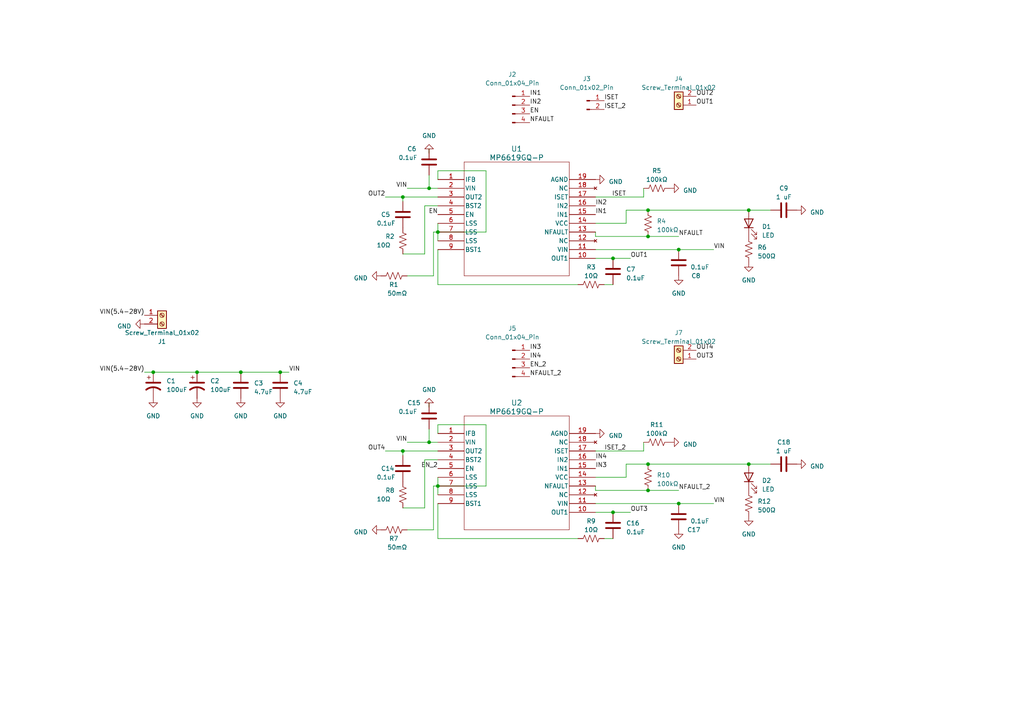
<source format=kicad_sch>
(kicad_sch (version 20230121) (generator eeschema)
  (paper "A4")
  (lib_symbols
    (symbol "Connector:Conn_01x02_Pin" (pin_names (offset 1.016) hide)
      (property "Reference" "J" (at 0 2.54 0))
      (property "Value" "Conn_01x02_Pin" (at 0 -5.08 0))
      (symbol "Conn_01x02_Pin_1_1"
        (polyline (pts (xy 1.27 -2.54) (xy 0.8636 -2.54)) (stroke (width 0.1524)))
        (polyline (pts (xy 1.27 0) (xy 0.8636 0)) (stroke (width 0.1524)))
        (rectangle (start 0.8636 -2.413) (end 0 -2.667) (stroke (width 0.1524)) (fill (type outline)))
        (rectangle (start 0.8636 0.127) (end 0 -0.127) (stroke (width 0.1524)) (fill (type outline)))
        (pin passive line (at 5.08 0 180) (length 3.81) (name "Pin_1") (number "1"))
        (pin passive line (at 5.08 -2.54 180) (length 3.81) (name "Pin_2") (number "2"))
      )
    )
    (symbol "Connector:Conn_01x04_Pin" (pin_names (offset 1.016) hide)
      (property "Reference" "J" (at 0 5.08 0))
      (property "Value" "Conn_01x04_Pin" (at 0 -7.62 0))
      (symbol "Conn_01x04_Pin_1_1"
        (polyline (pts (xy 1.27 -5.08) (xy 0.8636 -5.08)) (stroke (width 0.1524)))
        (polyline (pts (xy 1.27 -2.54) (xy 0.8636 -2.54)) (stroke (width 0.1524)))
        (polyline (pts (xy 1.27 0) (xy 0.8636 0)) (stroke (width 0.1524)))
        (polyline (pts (xy 1.27 2.54) (xy 0.8636 2.54)) (stroke (width 0.1524)))
        (rectangle (start 0.8636 -4.953) (end 0 -5.207) (stroke (width 0.1524)) (fill (type outline)))
        (rectangle (start 0.8636 -2.413) (end 0 -2.667) (stroke (width 0.1524)) (fill (type outline)))
        (rectangle (start 0.8636 0.127) (end 0 -0.127) (stroke (width 0.1524)) (fill (type outline)))
        (rectangle (start 0.8636 2.667) (end 0 2.413) (stroke (width 0.1524)) (fill (type outline)))
        (pin passive line (at 5.08 2.54 180) (length 3.81) (name "Pin_1") (number "1"))
        (pin passive line (at 5.08 0 180) (length 3.81) (name "Pin_2") (number "2"))
        (pin passive line (at 5.08 -2.54 180) (length 3.81) (name "Pin_3") (number "3"))
        (pin passive line (at 5.08 -5.08 180) (length 3.81) (name "Pin_4") (number "4"))
      )
    )
    (symbol "Connector:Screw_Terminal_01x02" (pin_names (offset 1.016) hide)
      (property "Reference" "J" (at 0 2.54 0))
      (property "Value" "Screw_Terminal_01x02" (at 0 -5.08 0))
      (symbol "Screw_Terminal_01x02_1_1"
        (rectangle (start -1.27 1.27) (end 1.27 -3.81) (stroke (width 0.254)) (fill (type background)))
        (circle (center 0 -2.54) (radius 0.635) (stroke (width 0.1524)))
        (polyline (pts (xy -0.5334 -2.2098) (xy 0.3302 -3.048)) (stroke (width 0.1524)))
        (polyline (pts (xy -0.5334 0.3302) (xy 0.3302 -0.508)) (stroke (width 0.1524)))
        (polyline (pts (xy -0.3556 -2.032) (xy 0.508 -2.8702)) (stroke (width 0.1524)))
        (polyline (pts (xy -0.3556 0.508) (xy 0.508 -0.3302)) (stroke (width 0.1524)))
        (circle (center 0 0) (radius 0.635) (stroke (width 0.1524)))
        (pin passive line (at -5.08 0 0) (length 3.81) (name "Pin_1") (number "1"))
        (pin passive line (at -5.08 -2.54 0) (length 3.81) (name "Pin_2") (number "2"))
      )
    )
    (symbol "Device:C" (pin_numbers hide) (pin_names (offset 0.254))
      (property "Reference" "C" (at 0.635 2.54 0))
      (property "Value" "C" (at 0.635 -2.54 0))
      (symbol "C_0_1"
        (polyline (pts (xy -2.032 -0.762) (xy 2.032 -0.762)) (stroke (width 0.508)))
        (polyline (pts (xy -2.032 0.762) (xy 2.032 0.762)) (stroke (width 0.508)))
      )
      (symbol "C_1_1"
        (pin passive line (at 0 3.81 270) (length 2.794) (name "~") (number "1"))
        (pin passive line (at 0 -3.81 90) (length 2.794) (name "~") (number "2"))
      )
    )
    (symbol "Device:C_Polarized_US" (pin_numbers hide) (pin_names (offset 0.254) hide)
      (property "Reference" "C" (at 0.635 2.54 0))
      (property "Value" "C_Polarized_US" (at 0.635 -2.54 0))
      (symbol "C_Polarized_US_0_1"
        (polyline (pts (xy -2.032 0.762) (xy 2.032 0.762)) (stroke (width 0.508)))
        (polyline (pts (xy -1.778 2.286) (xy -0.762 2.286)))
        (polyline (pts (xy -1.27 1.778) (xy -1.27 2.794)))
        (arc (start 2.032 -1.27) (mid 0 -0.5572) (end -2.032 -1.27) (stroke (width 0.508)))
      )
      (symbol "C_Polarized_US_1_1"
        (pin passive line (at 0 3.81 270) (length 2.794) (name "~") (number "1"))
        (pin passive line (at 0 -3.81 90) (length 3.302) (name "~") (number "2"))
      )
    )
    (symbol "Device:LED" (pin_numbers hide) (pin_names (offset 1.016) hide)
      (property "Reference" "D" (at 0 2.54 0))
      (property "Value" "LED" (at 0 -2.54 0))
      (symbol "LED_0_1"
        (polyline (pts (xy -1.27 -1.27) (xy -1.27 1.27)) (stroke (width 0.254)))
        (polyline (pts (xy -1.27 0) (xy 1.27 0)))
        (polyline (pts (xy 1.27 -1.27) (xy 1.27 1.27) (xy -1.27 0) (xy 1.27 -1.27)) (stroke (width 0.254)))
        (polyline (pts (xy -3.048 -0.762) (xy -4.572 -2.286) (xy -3.81 -2.286) (xy -4.572 -2.286) (xy -4.572 -1.524)))
        (polyline (pts (xy -1.778 -0.762) (xy -3.302 -2.286) (xy -2.54 -2.286) (xy -3.302 -2.286) (xy -3.302 -1.524)))
      )
      (symbol "LED_1_1"
        (pin passive line (at -3.81 0 0) (length 2.54) (name "K") (number "1"))
        (pin passive line (at 3.81 0 180) (length 2.54) (name "A") (number "2"))
      )
    )
    (symbol "Device:R_US" (pin_numbers hide) (pin_names (offset 0))
      (property "Reference" "R" (at 2.54 0 90))
      (property "Value" "R_US" (at -2.54 0 90))
      (symbol "R_US_0_1"
        (polyline (pts (xy 0 -2.286) (xy 0 -2.54)))
        (polyline (pts (xy 0 2.286) (xy 0 2.54)))
        (polyline (pts (xy 0 -0.762) (xy 1.016 -1.143) (xy 0 -1.524) (xy -1.016 -1.905) (xy 0 -2.286)))
        (polyline (pts (xy 0 0.762) (xy 1.016 0.381) (xy 0 0) (xy -1.016 -0.381) (xy 0 -0.762)))
        (polyline (pts (xy 0 2.286) (xy 1.016 1.905) (xy 0 1.524) (xy -1.016 1.143) (xy 0 0.762)))
      )
      (symbol "R_US_1_1"
        (pin passive line (at 0 3.81 270) (length 1.27) (name "~") (number "1"))
        (pin passive line (at 0 -3.81 90) (length 1.27) (name "~") (number "2"))
      )
    )
    (symbol "motordrivers:MP6619GQ-P" (pin_names (offset 0.254))
      (property "Reference" "U" (at 22.86 10.16 0))
      (property "Value" "MP6619GQ-P" (at 22.86 7.62 0))
      (symbol "MP6619GQ-P_0_1"
        (polyline (pts (xy 7.62 -27.94) (xy 38.1 -27.94)) (stroke (width 0.127)))
        (polyline (pts (xy 7.62 5.08) (xy 7.62 -27.94)) (stroke (width 0.127)))
        (polyline (pts (xy 38.1 -27.94) (xy 38.1 5.08)) (stroke (width 0.127)))
        (polyline (pts (xy 38.1 5.08) (xy 7.62 5.08)) (stroke (width 0.127)))
        (pin unspecified line (at 0 0 0) (length 7.62) (name "IFB") (number "1"))
        (pin output line (at 45.72 -22.86 180) (length 7.62) (name "OUT1") (number "10"))
        (pin power_in line (at 45.72 -20.32 180) (length 7.62) (name "VIN") (number "11"))
        (pin no_connect line (at 45.72 -17.78 180) (length 7.62) (name "NC") (number "12"))
        (pin output line (at 45.72 -15.24 180) (length 7.62) (name "NFAULT") (number "13"))
        (pin power_in line (at 45.72 -12.7 180) (length 7.62) (name "VCC") (number "14"))
        (pin input line (at 45.72 -10.16 180) (length 7.62) (name "IN1") (number "15"))
        (pin input line (at 45.72 -7.62 180) (length 7.62) (name "IN2") (number "16"))
        (pin unspecified line (at 45.72 -5.08 180) (length 7.62) (name "ISET") (number "17"))
        (pin no_connect line (at 45.72 -2.54 180) (length 7.62) (name "NC") (number "18"))
        (pin power_out line (at 45.72 0 180) (length 7.62) (name "AGND") (number "19"))
        (pin power_in line (at 0 -2.54 0) (length 7.62) (name "VIN") (number "2"))
        (pin output line (at 0 -5.08 0) (length 7.62) (name "OUT2") (number "3"))
        (pin unspecified line (at 0 -7.62 0) (length 7.62) (name "BST2") (number "4"))
        (pin unspecified line (at 0 -10.16 0) (length 7.62) (name "EN") (number "5"))
        (pin unspecified line (at 0 -12.7 0) (length 7.62) (name "LSS") (number "6"))
        (pin unspecified line (at 0 -15.24 0) (length 7.62) (name "LSS") (number "7"))
        (pin unspecified line (at 0 -17.78 0) (length 7.62) (name "LSS") (number "8"))
        (pin unspecified line (at 0 -20.32 0) (length 7.62) (name "BST1") (number "9"))
      )
    )
    (symbol "power:GND" (power) (pin_names (offset 0))
      (property "Value" "GND" (at 0 -3.81 0))
      (symbol "GND_0_1"
        (polyline (pts (xy 0 0) (xy 0 -1.27) (xy 1.27 -1.27) (xy 0 -2.54) (xy -1.27 -1.27) (xy 0 -1.27)))
      )
      (symbol "GND_1_1"
        (pin power_in line (at 0 0 270) (length 0) hide (name "GND") (number "1"))
      )
    )
  )
  (junction (at 44.45 107.95))
  (junction (at 69.85 107.95))
  (junction (at 196.85 146.05))
  (junction (at 217.17 134.62))
  (junction (at 124.46 128.27))
  (junction (at 187.96 142.24))
  (junction (at 177.8 148.59))
  (junction (at 217.17 60.96))
  (junction (at 187.96 60.96))
  (junction (at 187.96 134.62))
  (junction (at 127 140.97))
  (junction (at 196.85 72.39))
  (junction (at 124.46 54.61))
  (junction (at 116.84 57.15))
  (junction (at 57.15 107.95))
  (junction (at 177.8 74.93))
  (junction (at 81.28 107.95))
  (junction (at 127 67.31))
  (junction (at 187.96 68.58))
  (junction (at 116.84 130.81))
  (wire (pts (xy 118.11 54.61) (xy 124.46 54.61)))
  (wire (pts (xy 124.46 124.46) (xy 124.46 128.27)))
  (wire (pts (xy 140.97 140.97) (xy 127 140.97)))
  (wire (pts (xy 127 123.19) (xy 140.97 123.19)))
  (wire (pts (xy 127 64.77) (xy 127 67.31)))
  (wire (pts (xy 207.01 72.39) (xy 196.85 72.39)))
  (wire (pts (xy 196.85 146.05) (xy 172.72 146.05)))
  (wire (pts (xy 116.84 130.81) (xy 127 130.81)))
  (wire (pts (xy 118.11 80.01) (xy 125.73 80.01)))
  (wire (pts (xy 123.19 59.69) (xy 127 59.69)))
  (wire (pts (xy 186.69 54.61) (xy 186.69 57.15)))
  (wire (pts (xy 57.15 107.95) (xy 69.85 107.95)))
  (wire (pts (xy 123.19 133.35) (xy 127 133.35)))
  (wire (pts (xy 181.61 60.96) (xy 187.96 60.96)))
  (wire (pts (xy 124.46 54.61) (xy 127 54.61)))
  (wire (pts (xy 116.84 132.08) (xy 116.84 130.81)))
  (wire (pts (xy 125.73 80.01) (xy 125.73 67.31)))
  (wire (pts (xy 181.61 134.62) (xy 187.96 134.62)))
  (wire (pts (xy 127 138.43) (xy 127 140.97)))
  (wire (pts (xy 140.97 123.19) (xy 140.97 140.97)))
  (wire (pts (xy 181.61 138.43) (xy 172.72 138.43)))
  (wire (pts (xy 177.8 74.93) (xy 172.72 74.93)))
  (wire (pts (xy 167.64 82.55) (xy 127 82.55)))
  (wire (pts (xy 125.73 67.31) (xy 127 67.31)))
  (wire (pts (xy 175.26 82.55) (xy 177.8 82.55)))
  (wire (pts (xy 118.11 153.67) (xy 125.73 153.67)))
  (wire (pts (xy 116.84 73.66) (xy 123.19 73.66)))
  (wire (pts (xy 217.17 134.62) (xy 223.52 134.62)))
  (wire (pts (xy 140.97 49.53) (xy 140.97 67.31)))
  (wire (pts (xy 125.73 153.67) (xy 125.73 140.97)))
  (wire (pts (xy 116.84 147.32) (xy 123.19 147.32)))
  (wire (pts (xy 196.85 68.58) (xy 187.96 68.58)))
  (wire (pts (xy 172.72 142.24) (xy 172.72 140.97)))
  (wire (pts (xy 186.69 128.27) (xy 186.69 130.81)))
  (wire (pts (xy 44.45 107.95) (xy 57.15 107.95)))
  (wire (pts (xy 187.96 134.62) (xy 217.17 134.62)))
  (wire (pts (xy 182.88 74.93) (xy 177.8 74.93)))
  (wire (pts (xy 127 52.07) (xy 127 49.53)))
  (wire (pts (xy 217.17 60.96) (xy 223.52 60.96)))
  (wire (pts (xy 116.84 57.15) (xy 127 57.15)))
  (wire (pts (xy 127 140.97) (xy 127 143.51)))
  (wire (pts (xy 124.46 50.8) (xy 124.46 54.61)))
  (wire (pts (xy 124.46 116.84) (xy 124.46 118.11)))
  (wire (pts (xy 182.88 148.59) (xy 177.8 148.59)))
  (wire (pts (xy 127 67.31) (xy 127 69.85)))
  (wire (pts (xy 140.97 67.31) (xy 127 67.31)))
  (wire (pts (xy 196.85 142.24) (xy 187.96 142.24)))
  (wire (pts (xy 172.72 142.24) (xy 187.96 142.24)))
  (wire (pts (xy 175.26 156.21) (xy 177.8 156.21)))
  (wire (pts (xy 207.01 146.05) (xy 196.85 146.05)))
  (wire (pts (xy 181.61 60.96) (xy 181.61 64.77)))
  (wire (pts (xy 181.61 134.62) (xy 181.61 138.43)))
  (wire (pts (xy 127 49.53) (xy 140.97 49.53)))
  (wire (pts (xy 187.96 60.96) (xy 217.17 60.96)))
  (wire (pts (xy 124.46 43.18) (xy 124.46 44.45)))
  (wire (pts (xy 127 156.21) (xy 127 146.05)))
  (wire (pts (xy 81.28 107.95) (xy 83.82 107.95)))
  (wire (pts (xy 116.84 58.42) (xy 116.84 57.15)))
  (wire (pts (xy 127 82.55) (xy 127 72.39)))
  (wire (pts (xy 172.72 68.58) (xy 172.72 67.31)))
  (wire (pts (xy 127 125.73) (xy 127 123.19)))
  (wire (pts (xy 196.85 72.39) (xy 172.72 72.39)))
  (wire (pts (xy 177.8 148.59) (xy 172.72 148.59)))
  (wire (pts (xy 111.76 57.15) (xy 116.84 57.15)))
  (wire (pts (xy 172.72 68.58) (xy 187.96 68.58)))
  (wire (pts (xy 172.72 57.15) (xy 186.69 57.15)))
  (wire (pts (xy 111.76 130.81) (xy 116.84 130.81)))
  (wire (pts (xy 41.91 107.95) (xy 44.45 107.95)))
  (wire (pts (xy 124.46 128.27) (xy 127 128.27)))
  (wire (pts (xy 181.61 64.77) (xy 172.72 64.77)))
  (wire (pts (xy 69.85 107.95) (xy 81.28 107.95)))
  (wire (pts (xy 123.19 147.32) (xy 123.19 133.35)))
  (wire (pts (xy 167.64 156.21) (xy 127 156.21)))
  (wire (pts (xy 172.72 130.81) (xy 186.69 130.81)))
  (wire (pts (xy 123.19 73.66) (xy 123.19 59.69)))
  (wire (pts (xy 118.11 128.27) (xy 124.46 128.27)))
  (wire (pts (xy 125.73 140.97) (xy 127 140.97)))
  (text "NOTES:\nDOUBLE CHECK LED RESISTANCE\nDOUBLE CHECK CURRENT SENSE RESISTANCE" (at 231.14 -3.81 0) (effects (font (size 1.27 1.27)) (justify left bottom)))
  (label "NFAULT_2" (at 153.67 109.22 0))
  (label "IN3" (at 172.72 135.89 0))
  (label "EN_2" (at 127 135.89 180))
  (label "IN4" (at 172.72 133.35 0))
  (label "EN_2" (at 153.67 106.68 0))
  (label "NFAULT" (at 196.85 68.58 0))
  (label "IN2" (at 153.67 30.48 0))
  (label "EN" (at 127 62.23 180))
  (label "VIN" (at 207.01 146.05 0))
  (label "OUT3" (at 201.93 104.14 0))
  (label "OUT2" (at 111.76 57.15 180))
  (label "VIN" (at 83.82 107.95 0))
  (label "OUT2" (at 201.93 27.94 0))
  (label "IN3" (at 153.67 101.6 0))
  (label "ISET_2" (at 181.61 130.81 180))
  (label "IN1" (at 153.67 27.94 0))
  (label "OUT3" (at 182.88 148.59 0))
  (label "ISET" (at 181.61 57.15 180))
  (label "OUT1" (at 201.93 30.48 0))
  (label "OUT4" (at 111.76 130.81 180))
  (label "VIN(5.4-28V)" (at 41.91 91.44 180))
  (label "VIN" (at 118.11 128.27 180))
  (label "ISET_2" (at 175.26 31.75 0))
  (label "VIN" (at 118.11 54.61 180))
  (label "IN2" (at 172.72 59.69 0))
  (label "ISET" (at 175.26 29.21 0))
  (label "OUT4" (at 201.93 101.6 0))
  (label "NFAULT" (at 153.67 35.56 0))
  (label "NFAULT_2" (at 196.85 142.24 0))
  (label "IN1" (at 172.72 62.23 0))
  (label "EN" (at 153.67 33.02 0))
  (label "IN4" (at 153.67 104.14 0))
  (label "OUT1" (at 182.88 74.93 0))
  (label "VIN(5.4-28V)" (at 41.91 107.95 180))
  (label "VIN" (at 207.01 72.39 0))
  (symbol (lib_id "power:GND") (at 217.17 76.2 0) (unit 1)
    (property "Reference" "#PWR011" (effects hide))
    (property "Value" "GND" (at 217.17 81.28 0))
  )
  (symbol (lib_id "Device:C") (at 124.46 120.65 180) (unit 1)
    (property "Reference" "C15" (at 118.11 116.84 0) (effects (justify right)))
    (property "Value" "0.1uF" (at 115.57 119.38 0) (effects (justify right)))
    (property "Footprint" "Capacitor_SMD:C_0603_1608Metric" (effects hide))
  )
  (symbol (lib_id "power:GND") (at 231.14 134.62 90) (unit 1)
    (property "Reference" "#PWR023" (effects hide))
    (property "Value" "GND" (at 234.95 135.255 90) (effects (justify right)))
  )
  (symbol (lib_id "power:GND") (at 124.46 118.11 180) (unit 1)
    (property "Reference" "#PWR018" (effects hide))
    (property "Value" "GND" (at 124.46 113.03 0))
  )
  (symbol (lib_id "power:GND") (at 196.85 153.67 0) (unit 1)
    (property "Reference" "#PWR021" (effects hide))
    (property "Value" "GND" (at 196.85 158.75 0))
  )
  (symbol (lib_id "power:GND") (at 44.45 115.57 0) (unit 1)
    (property "Reference" "#PWR01" (effects hide))
    (property "Value" "GND" (at 44.45 120.65 0))
  )
  (symbol (lib_id "power:GND") (at 110.49 153.67 270) (unit 1)
    (property "Reference" "#PWR017" (effects hide))
    (property "Value" "GND" (at 106.68 154.305 90) (effects (justify right)))
  )
  (symbol (lib_id "Connector:Conn_01x02_Pin") (at 170.18 29.21 0) (unit 1)
    (property "Reference" "J3" (at 170.18 22.86 0))
    (property "Value" "Conn_01x02_Pin" (at 170.18 25.4 0))
    (property "Footprint" "Connector_PinHeader_2.54mm:PinHeader_1x02_P2.54mm_Vertical" (effects hide))
  )
  (symbol (lib_id "power:GND") (at 57.15 115.57 0) (unit 1)
    (property "Reference" "#PWR03" (effects hide))
    (property "Value" "GND" (at 57.15 120.65 0))
  )
  (symbol (lib_id "Device:C") (at 177.8 152.4 0) (unit 1)
    (property "Reference" "C16" (at 181.61 151.765 0) (effects (justify left)))
    (property "Value" "0.1uF" (at 181.61 154.305 0) (effects (justify left)))
    (property "Footprint" "Capacitor_SMD:C_0603_1608Metric" (effects hide))
  )
  (symbol (lib_id "power:GND") (at 172.72 125.73 90) (unit 1)
    (property "Reference" "#PWR019" (effects hide))
    (property "Value" "GND" (at 176.53 126.365 90) (effects (justify right)))
  )
  (symbol (lib_id "power:GND") (at 231.14 60.96 90) (unit 1)
    (property "Reference" "#PWR012" (effects hide))
    (property "Value" "GND" (at 234.95 61.595 90) (effects (justify right)))
  )
  (symbol (lib_id "Device:R_US") (at 171.45 156.21 90) (unit 1)
    (property "Reference" "R9" (at 171.45 151.13 90))
    (property "Value" "10Ω" (at 171.45 153.67 90))
    (property "Footprint" "Resistor_SMD:R_0603_1608Metric" (effects hide))
  )
  (symbol (lib_id "Connector:Conn_01x04_Pin") (at 148.59 104.14 0) (unit 1)
    (property "Reference" "J5" (at 148.59 95.25 0))
    (property "Value" "Conn_01x04_Pin" (at 148.59 97.79 0))
    (property "Footprint" "Connector_PinHeader_2.54mm:PinHeader_1x04_P2.54mm_Vertical" (effects hide))
  )
  (symbol (lib_id "Connector:Conn_01x04_Pin") (at 148.59 30.48 0) (unit 1)
    (property "Reference" "J2" (at 148.59 21.59 0))
    (property "Value" "Conn_01x04_Pin" (at 148.59 24.13 0))
    (property "Footprint" "Connector_PinHeader_2.54mm:PinHeader_1x04_P2.54mm_Vertical" (effects hide))
  )
  (symbol (lib_id "motordrivers:MP6619GQ-P") (at 127 52.07 0) (unit 1)
    (property "Reference" "U1" (at 149.86 43.18 0) (effects (font (size 1.524 1.524))))
    (property "Value" "MP6619GQ-P" (at 149.86 45.72 0) (effects (font (size 1.524 1.524))))
    (property "Footprint" "motordrivers:QFN-19_MP6619" (effects hide))
    (property "Datasheet" "MP6619GQ-P" (effects hide))
  )
  (symbol (lib_id "Device:C_Polarized_US") (at 57.15 111.76 0) (unit 1)
    (property "Reference" "C2" (at 60.96 110.49 0) (effects (justify left)))
    (property "Value" "100uF" (at 60.96 113.03 0) (effects (justify left)))
    (property "Footprint" "Capacitor_SMD:CP_Elec_8x11.9" (effects hide))
  )
  (symbol (lib_id "Device:C") (at 227.33 134.62 90) (unit 1)
    (property "Reference" "C18" (at 227.33 128.27 90))
    (property "Value" "1 uF" (at 227.33 130.81 90))
    (property "Footprint" "Capacitor_SMD:C_0805_2012Metric" (effects hide))
  )
  (symbol (lib_id "Device:C") (at 177.8 78.74 0) (unit 1)
    (property "Reference" "C7" (at 181.61 78.105 0) (effects (justify left)))
    (property "Value" "0.1uF" (at 181.61 80.645 0) (effects (justify left)))
    (property "Footprint" "Capacitor_SMD:C_0603_1608Metric" (effects hide))
  )
  (symbol (lib_id "Device:R_US") (at 190.5 54.61 90) (unit 1)
    (property "Reference" "R5" (at 190.5 49.53 90))
    (property "Value" "100kΩ" (at 190.5 52.07 90))
    (property "Footprint" "Resistor_SMD:R_0603_1608Metric" (effects hide))
  )
  (symbol (lib_id "Device:R_US") (at 171.45 82.55 90) (unit 1)
    (property "Reference" "R3" (at 171.45 77.47 90))
    (property "Value" "10Ω" (at 171.45 80.01 90))
    (property "Footprint" "Resistor_SMD:R_0603_1608Metric" (effects hide))
  )
  (symbol (lib_id "Device:C_Polarized_US") (at 44.45 111.76 0) (unit 1)
    (property "Reference" "C1" (at 48.26 110.49 0) (effects (justify left)))
    (property "Value" "100uF" (at 48.26 113.03 0) (effects (justify left)))
    (property "Footprint" "Capacitor_SMD:CP_Elec_8x11.9" (effects hide))
  )
  (symbol (lib_id "power:GND") (at 172.72 52.07 90) (unit 1)
    (property "Reference" "#PWR08" (effects hide))
    (property "Value" "GND" (at 176.53 52.705 90) (effects (justify right)))
  )
  (symbol (lib_id "Device:C") (at 124.46 46.99 180) (unit 1)
    (property "Reference" "C6" (at 118.11 43.18 0) (effects (justify right)))
    (property "Value" "0.1uF" (at 115.57 45.72 0) (effects (justify right)))
    (property "Footprint" "Capacitor_SMD:C_0603_1608Metric" (effects hide))
  )
  (symbol (lib_id "power:GND") (at 41.91 93.98 270) (unit 1)
    (property "Reference" "#PWR02" (effects hide))
    (property "Value" "GND" (at 38.1 94.615 90) (effects (justify right)))
  )
  (symbol (lib_id "Device:R_US") (at 217.17 146.05 0) (unit 1)
    (property "Reference" "R12" (at 219.71 145.415 0) (effects (justify left)))
    (property "Value" "500Ω" (at 219.71 147.955 0) (effects (justify left)))
    (property "Footprint" "Resistor_SMD:R_0603_1608Metric" (effects hide))
  )
  (symbol (lib_id "power:GND") (at 124.46 44.45 180) (unit 1)
    (property "Reference" "#PWR07" (effects hide))
    (property "Value" "GND" (at 124.46 39.37 0))
  )
  (symbol (lib_id "Device:R_US") (at 114.3 153.67 270) (unit 1)
    (property "Reference" "R7" (at 115.57 156.21 90) (effects (justify right)))
    (property "Value" "50mΩ" (at 118.11 158.75 90) (effects (justify right)))
    (property "Footprint" "Resistor_SMD:R_0603_1608Metric" (effects hide))
  )
  (symbol (lib_id "Device:R_US") (at 187.96 64.77 0) (unit 1)
    (property "Reference" "R4" (at 190.5 64.135 0) (effects (justify left)))
    (property "Value" "100kΩ" (at 190.5 66.675 0) (effects (justify left)))
    (property "Footprint" "Resistor_SMD:R_0603_1608Metric" (effects hide))
  )
  (symbol (lib_id "power:GND") (at 217.17 149.86 0) (unit 1)
    (property "Reference" "#PWR022" (effects hide))
    (property "Value" "GND" (at 217.17 154.94 0))
  )
  (symbol (lib_id "Device:C") (at 116.84 135.89 180) (unit 1)
    (property "Reference" "C14" (at 110.49 135.89 0) (effects (justify right)))
    (property "Value" "0.1uF" (at 109.22 138.43 0) (effects (justify right)))
    (property "Footprint" "Capacitor_SMD:C_0603_1608Metric" (effects hide))
  )
  (symbol (lib_id "Device:R_US") (at 190.5 128.27 90) (unit 1)
    (property "Reference" "R11" (at 190.5 123.19 90))
    (property "Value" "100kΩ" (at 190.5 125.73 90))
    (property "Footprint" "Resistor_SMD:R_0603_1608Metric" (effects hide))
  )
  (symbol (lib_id "Device:C") (at 196.85 149.86 0) (unit 1)
    (property "Reference" "C17" (at 203.2 153.67 0) (effects (justify right)))
    (property "Value" "0.1uF" (at 205.74 151.13 0) (effects (justify right)))
    (property "Footprint" "Capacitor_SMD:C_0603_1608Metric" (effects hide))
  )
  (symbol (lib_id "power:GND") (at 196.85 80.01 0) (unit 1)
    (property "Reference" "#PWR010" (effects hide))
    (property "Value" "GND" (at 196.85 85.09 0))
  )
  (symbol (lib_id "Device:C") (at 69.85 111.76 0) (unit 1)
    (property "Reference" "C3" (at 73.66 111.125 0) (effects (justify left)))
    (property "Value" "4.7uF" (at 73.66 113.665 0) (effects (justify left)))
    (property "Footprint" "Capacitor_SMD:C_0805_2012Metric" (effects hide))
    (property "Datasheet" "CL21A475KBQNNNE" (effects hide))
  )
  (symbol (lib_id "Device:R_US") (at 217.17 72.39 0) (unit 1)
    (property "Reference" "R6" (at 219.71 71.755 0) (effects (justify left)))
    (property "Value" "500Ω" (at 219.71 74.295 0) (effects (justify left)))
    (property "Footprint" "Resistor_SMD:R_0603_1608Metric" (effects hide))
  )
  (symbol (lib_id "power:GND") (at 194.31 128.27 90) (unit 1)
    (property "Reference" "#PWR020" (effects hide))
    (property "Value" "GND" (at 198.12 128.905 90) (effects (justify right)))
  )
  (symbol (lib_id "Device:R_US") (at 187.96 138.43 0) (unit 1)
    (property "Reference" "R10" (at 190.5 137.795 0) (effects (justify left)))
    (property "Value" "100kΩ" (at 190.5 140.335 0) (effects (justify left)))
    (property "Footprint" "Resistor_SMD:R_0603_1608Metric" (effects hide))
  )
  (symbol (lib_id "Device:C") (at 81.28 111.76 0) (unit 1)
    (property "Reference" "C4" (at 85.09 111.125 0) (effects (justify left)))
    (property "Value" "4.7uF" (at 85.09 113.665 0) (effects (justify left)))
    (property "Footprint" "Capacitor_SMD:C_0805_2012Metric" (effects hide))
    (property "Datasheet" "CL21A475KBQNNNE" (effects hide))
  )
  (symbol (lib_id "Connector:Screw_Terminal_01x02") (at 196.85 30.48 180) (unit 1)
    (property "Reference" "J4" (at 196.85 22.86 0))
    (property "Value" "Screw_Terminal_01x02" (at 196.85 25.4 0))
    (property "Footprint" "PicoShieldHeaders:TCxx03_5mm_2x1" (effects hide))
  )
  (symbol (lib_id "motordrivers:MP6619GQ-P") (at 127 125.73 0) (unit 1)
    (property "Reference" "U2" (at 149.86 116.84 0) (effects (font (size 1.524 1.524))))
    (property "Value" "MP6619GQ-P" (at 149.86 119.38 0) (effects (font (size 1.524 1.524))))
    (property "Footprint" "motordrivers:QFN-19_MP6619" (effects hide))
    (property "Datasheet" "MP6619GQ-P" (effects hide))
  )
  (symbol (lib_id "Connector:Screw_Terminal_01x02") (at 196.85 104.14 180) (unit 1)
    (property "Reference" "J7" (at 196.85 96.52 0))
    (property "Value" "Screw_Terminal_01x02" (at 196.85 99.06 0))
    (property "Footprint" "PicoShieldHeaders:TCxx03_5mm_2x1" (effects hide))
  )
  (symbol (lib_id "Device:C") (at 227.33 60.96 90) (unit 1)
    (property "Reference" "C9" (at 227.33 54.61 90))
    (property "Value" "1 uF" (at 227.33 57.15 90))
    (property "Footprint" "Capacitor_SMD:C_0805_2012Metric" (effects hide))
  )
  (symbol (lib_id "Device:LED") (at 217.17 138.43 90) (unit 1)
    (property "Reference" "D2" (at 220.98 139.3825 90) (effects (justify right)))
    (property "Value" "LED" (at 220.98 141.9225 90) (effects (justify right)))
    (property "Footprint" "Diode_SMD:D_0603_1608Metric" (effects hide))
  )
  (symbol (lib_id "Device:LED") (at 217.17 64.77 90) (unit 1)
    (property "Reference" "D1" (at 220.98 65.7225 90) (effects (justify right)))
    (property "Value" "LED" (at 220.98 68.2625 90) (effects (justify right)))
    (property "Footprint" "Diode_SMD:D_0603_1608Metric" (effects hide))
  )
  (symbol (lib_id "Device:C") (at 196.85 76.2 0) (unit 1)
    (property "Reference" "C8" (at 203.2 80.01 0) (effects (justify right)))
    (property "Value" "0.1uF" (at 205.74 77.47 0) (effects (justify right)))
    (property "Footprint" "Capacitor_SMD:C_0603_1608Metric" (effects hide))
  )
  (symbol (lib_id "Connector:Screw_Terminal_01x02") (at 46.99 91.44 0) (unit 1)
    (property "Reference" "J1" (at 46.99 99.06 0))
    (property "Value" "Screw_Terminal_01x02" (at 46.99 96.52 0))
    (property "Footprint" "PicoShieldHeaders:TCxx03_5mm_2x1" (effects hide))
  )
  (symbol (lib_id "power:GND") (at 81.28 115.57 0) (unit 1)
    (property "Reference" "#PWR05" (effects hide))
    (property "Value" "GND" (at 81.28 120.65 0))
  )
  (symbol (lib_id "Device:R_US") (at 114.3 80.01 270) (unit 1)
    (property "Reference" "R1" (at 115.57 82.55 90) (effects (justify right)))
    (property "Value" "50mΩ" (at 118.11 85.09 90) (effects (justify right)))
    (property "Footprint" "Resistor_SMD:R_0603_1608Metric" (effects hide))
  )
  (symbol (lib_id "power:GND") (at 110.49 80.01 270) (unit 1)
    (property "Reference" "#PWR06" (effects hide))
    (property "Value" "GND" (at 106.68 80.645 90) (effects (justify right)))
  )
  (symbol (lib_id "Device:R_US") (at 116.84 143.51 180) (unit 1)
    (property "Reference" "R8" (at 111.76 142.24 0) (effects (justify right)))
    (property "Value" "10Ω" (at 109.22 144.78 0) (effects (justify right)))
    (property "Footprint" "Resistor_SMD:R_0603_1608Metric" (effects hide))
  )
  (symbol (lib_id "Device:C") (at 116.84 62.23 180) (unit 1)
    (property "Reference" "C5" (at 110.49 62.23 0) (effects (justify right)))
    (property "Value" "0.1uF" (at 109.22 64.77 0) (effects (justify right)))
    (property "Footprint" "Capacitor_SMD:C_0603_1608Metric" (effects hide))
  )
  (symbol (lib_id "power:GND") (at 194.31 54.61 90) (unit 1)
    (property "Reference" "#PWR09" (effects hide))
    (property "Value" "GND" (at 198.12 55.245 90) (effects (justify right)))
  )
  (symbol (lib_id "power:GND") (at 69.85 115.57 0) (unit 1)
    (property "Reference" "#PWR04" (effects hide))
    (property "Value" "GND" (at 69.85 120.65 0))
  )
  (symbol (lib_id "Device:R_US") (at 116.84 69.85 180) (unit 1)
    (property "Reference" "R2" (at 111.76 68.58 0) (effects (justify right)))
    (property "Value" "10Ω" (at 109.22 71.12 0) (effects (justify right)))
    (property "Footprint" "Resistor_SMD:R_0603_1608Metric" (effects hide))
  )
)
</source>
